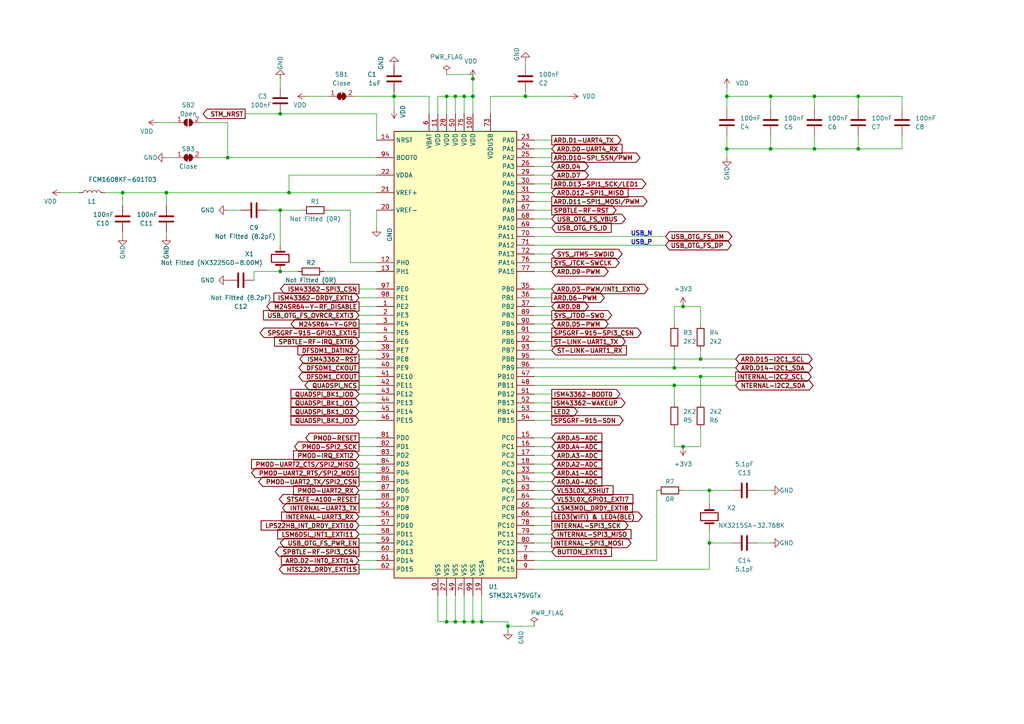
<source format=kicad_sch>
(kicad_sch (version 20211123) (generator eeschema)
  (paper "A4")
  (title_block (title "Microcontroller") (date "2023-01-22"))
  (lib_symbols
    (symbol "Device:C" (pin_numbers hide) (pin_names (offset 0.254))
      (property "Reference" "C" (at 0.635 2.54 0))
      (property "Value" "C" (at 0.635 -2.54 0))
      (symbol "C_0_1"
        (polyline (pts (xy -2.032 -0.762) (xy 2.032 -0.762)) (stroke (width 0.508)))
        (polyline (pts (xy -2.032 0.762) (xy 2.032 0.762)) (stroke (width 0.508)))
      )
      (symbol "C_1_1"
        (pin passive line (at 0 3.81 270) (length 2.794) (name "~") (number "1"))
        (pin passive line (at 0 -3.81 90) (length 2.794) (name "~") (number "2"))
      )
    )
    (symbol "Device:Crystal" (pin_numbers hide) (pin_names (offset 1.016) hide)
      (property "Reference" "Y" (at 0 3.81 0))
      (property "Value" "Crystal" (at 0 -3.81 0))
      (symbol "Crystal_0_1"
        (rectangle (start -1.143 2.54) (end 1.143 -2.54) (stroke (width 0.3048)))
        (polyline (pts (xy -2.54 0) (xy -1.905 0)))
        (polyline (pts (xy -1.905 -1.27) (xy -1.905 1.27)) (stroke (width 0.508)))
        (polyline (pts (xy 1.905 -1.27) (xy 1.905 1.27)) (stroke (width 0.508)))
        (polyline (pts (xy 2.54 0) (xy 1.905 0)))
      )
      (symbol "Crystal_1_1"
        (pin passive line (at -3.81 0 0) (length 1.27) (name "1") (number "1"))
        (pin passive line (at 3.81 0 180) (length 1.27) (name "2") (number "2"))
      )
    )
    (symbol "Device:L" (pin_numbers hide) (pin_names (offset 1.016) hide)
      (property "Reference" "L" (at -1.27 0 90))
      (property "Value" "L" (at 1.905 0 90))
      (symbol "L_0_1"
        (arc (start 0 -2.54) (mid 0.635 -1.905) (end 0 -1.27))
        (arc (start 0 -1.27) (mid 0.635 -0.635) (end 0 0))
        (arc (start 0 0) (mid 0.635 0.635) (end 0 1.27))
        (arc (start 0 1.27) (mid 0.635 1.905) (end 0 2.54))
      )
      (symbol "L_1_1"
        (pin passive line (at 0 3.81 270) (length 1.27) (name "1") (number "1"))
        (pin passive line (at 0 -3.81 90) (length 1.27) (name "2") (number "2"))
      )
    )
    (symbol "Device:R" (pin_numbers hide) (pin_names (offset 0))
      (property "Reference" "R" (at 2.032 0 90))
      (property "Value" "R" (at 0 0 90))
      (symbol "R_0_1"
        (rectangle (start -1.016 -2.54) (end 1.016 2.54) (stroke (width 0.254)))
      )
      (symbol "R_1_1"
        (pin passive line (at 0 3.81 270) (length 1.27) (name "~") (number "1"))
        (pin passive line (at 0 -3.81 90) (length 1.27) (name "~") (number "2"))
      )
    )
    (symbol "Jumper:SolderJumper_2_Bridged" (pin_names (offset 0) hide)
      (property "Reference" "JP" (at 0 2.032 0))
      (property "Value" "SolderJumper_2_Bridged" (at 0 -2.54 0))
      (symbol "SolderJumper_2_Bridged_0_1"
        (rectangle (start -0.508 0.508) (end 0.508 -0.508) (fill (type outline)))
        (arc (start -0.254 1.016) (mid -1.27 0) (end -0.254 -1.016))
        (arc (start -0.254 1.016) (mid -1.27 0) (end -0.254 -1.016) (fill (type outline)))
        (polyline (pts (xy -0.254 1.016) (xy -0.254 -1.016)))
        (polyline (pts (xy 0.254 1.016) (xy 0.254 -1.016)))
        (arc (start 0.254 -1.016) (mid 1.27 0) (end 0.254 1.016))
        (arc (start 0.254 -1.016) (mid 1.27 0) (end 0.254 1.016) (fill (type outline)))
      )
      (symbol "SolderJumper_2_Bridged_1_1"
        (pin passive line (at -3.81 0 0) (length 2.54) (name "A") (number "1"))
        (pin passive line (at 3.81 0 180) (length 2.54) (name "B") (number "2"))
      )
    )
    (symbol "Jumper:SolderJumper_2_Open" (pin_names (offset 0) hide)
      (property "Reference" "JP" (at 0 2.032 0))
      (property "Value" "SolderJumper_2_Open" (at 0 -2.54 0))
      (symbol "SolderJumper_2_Open_0_1"
        (arc (start -0.254 1.016) (mid -1.27 0) (end -0.254 -1.016))
        (arc (start -0.254 1.016) (mid -1.27 0) (end -0.254 -1.016) (fill (type outline)))
        (polyline (pts (xy -0.254 1.016) (xy -0.254 -1.016)))
        (polyline (pts (xy 0.254 1.016) (xy 0.254 -1.016)))
        (arc (start 0.254 -1.016) (mid 1.27 0) (end 0.254 1.016))
        (arc (start 0.254 -1.016) (mid 1.27 0) (end 0.254 1.016) (fill (type outline)))
      )
      (symbol "SolderJumper_2_Open_1_1"
        (pin passive line (at -3.81 0 0) (length 2.54) (name "A") (number "1"))
        (pin passive line (at 3.81 0 180) (length 2.54) (name "B") (number "2"))
      )
    )
    (symbol "MCU_ST_STM32L4:STM32L475VGTx"
      (property "Reference" "U1" (at 9.6394 -68.58 0))
      (property "Value" "STM32L475VGTx" (at 9.6394 -71.12 0))
      (symbol "STM32L475VGTx_0_1"
        (rectangle (start -17.78 -66.04) (end 17.78 63.5) (stroke (width 0.254)) (fill (type background)))
      )
      (symbol "STM32L475VGTx_1_1"
        (pin bidirectional line (at -22.86 12.7 0) (length 5.08) (name "PE2") (number "1"))
        (pin power_in line (at -5.08 -71.12 90) (length 5.08) (name "VSS") (number "10"))
        (pin power_in line (at 5.08 68.58 270) (length 5.08) (name "VDD") (number "100"))
        (pin power_in line (at -5.08 68.58 270) (length 5.08) (name "VDD") (number "11"))
        (pin input line (at -22.86 25.4 0) (length 5.08) (name "PH0") (number "12"))
        (pin input line (at -22.86 22.86 0) (length 5.08) (name "PH1") (number "13"))
        (pin input line (at -22.86 60.96 0) (length 5.08) (name "NRST") (number "14"))
        (pin bidirectional line (at 22.86 -25.4 180) (length 5.08) (name "PC0") (number "15"))
        (pin bidirectional line (at 22.86 -27.94 180) (length 5.08) (name "PC1") (number "16"))
        (pin bidirectional line (at 22.86 -30.48 180) (length 5.08) (name "PC2") (number "17"))
        (pin bidirectional line (at 22.86 -33.02 180) (length 5.08) (name "PC3") (number "18"))
        (pin power_in line (at 7.62 -71.12 90) (length 5.08) (name "VSSA") (number "19"))
        (pin bidirectional line (at -22.86 10.16 0) (length 5.08) (name "PE3") (number "2"))
        (pin power_in line (at -22.86 40.64 0) (length 5.08) (name "VREF-") (number "20"))
        (pin bidirectional line (at -22.86 45.72 0) (length 5.08) (name "VREF+") (number "21"))
        (pin bidirectional line (at -22.86 50.8 0) (length 5.08) (name "VDDA") (number "22"))
        (pin bidirectional line (at 22.86 60.96 180) (length 5.08) (name "PA0") (number "23"))
        (pin bidirectional line (at 22.86 58.42 180) (length 5.08) (name "PA1") (number "24"))
        (pin bidirectional line (at 22.86 55.88 180) (length 5.08) (name "PA2") (number "25"))
        (pin bidirectional line (at 22.86 53.34 180) (length 5.08) (name "PA3") (number "26"))
        (pin power_in line (at -2.54 -71.12 90) (length 5.08) (name "VSS") (number "27"))
        (pin power_in line (at -2.54 68.58 270) (length 5.08) (name "VDD") (number "28"))
        (pin bidirectional line (at 22.86 50.8 180) (length 5.08) (name "PA4") (number "29"))
        (pin bidirectional line (at -22.86 7.62 0) (length 5.08) (name "PE4") (number "3"))
        (pin bidirectional line (at 22.86 48.26 180) (length 5.08) (name "PA5") (number "30"))
        (pin bidirectional line (at 22.86 45.72 180) (length 5.08) (name "PA6") (number "31"))
        (pin bidirectional line (at 22.86 43.18 180) (length 5.08) (name "PA7") (number "32"))
        (pin bidirectional line (at 22.86 -35.56 180) (length 5.08) (name "PC4") (number "33"))
        (pin bidirectional line (at 22.86 -38.1 180) (length 5.08) (name "PC5") (number "34"))
        (pin bidirectional line (at 22.86 17.78 180) (length 5.08) (name "PB0") (number "35"))
        (pin bidirectional line (at 22.86 15.24 180) (length 5.08) (name "PB1") (number "36"))
        (pin bidirectional line (at 22.86 12.7 180) (length 5.08) (name "PB2") (number "37"))
        (pin bidirectional line (at -22.86 0 0) (length 5.08) (name "PE7") (number "38"))
        (pin bidirectional line (at -22.86 -2.54 0) (length 5.08) (name "PE8") (number "39"))
        (pin bidirectional line (at -22.86 5.08 0) (length 5.08) (name "PE5") (number "4"))
        (pin bidirectional line (at -22.86 -5.08 0) (length 5.08) (name "PE9") (number "40"))
        (pin bidirectional line (at -22.86 -7.62 0) (length 5.08) (name "PE10") (number "41"))
        (pin bidirectional line (at -22.86 -10.16 0) (length 5.08) (name "PE11") (number "42"))
        (pin bidirectional line (at -22.86 -12.7 0) (length 5.08) (name "PE12") (number "43"))
        (pin bidirectional line (at -22.86 -15.24 0) (length 5.08) (name "PE13") (number "44"))
        (pin bidirectional line (at -22.86 -17.78 0) (length 5.08) (name "PE14") (number "45"))
        (pin bidirectional line (at -22.86 -20.32 0) (length 5.08) (name "PE15") (number "46"))
        (pin bidirectional line (at 22.86 -7.62 180) (length 5.08) (name "PB10") (number "47"))
        (pin bidirectional line (at 22.86 -10.16 180) (length 5.08) (name "PB11") (number "48"))
        (pin power_in line (at 0 -71.12 90) (length 5.08) (name "VSS") (number "49"))
        (pin bidirectional line (at -22.86 2.54 0) (length 5.08) (name "PE6") (number "5"))
        (pin power_in line (at 0 68.58 270) (length 5.08) (name "VDD") (number "50"))
        (pin bidirectional line (at 22.86 -12.7 180) (length 5.08) (name "PB12") (number "51"))
        (pin bidirectional line (at 22.86 -15.24 180) (length 5.08) (name "PB13") (number "52"))
        (pin bidirectional line (at 22.86 -17.78 180) (length 5.08) (name "PB14") (number "53"))
        (pin bidirectional line (at 22.86 -20.32 180) (length 5.08) (name "PB15") (number "54"))
        (pin bidirectional line (at -22.86 -45.72 0) (length 5.08) (name "PD8") (number "55"))
        (pin bidirectional line (at -22.86 -48.26 0) (length 5.08) (name "PD9") (number "56"))
        (pin bidirectional line (at -22.86 -50.8 0) (length 5.08) (name "PD10") (number "57"))
        (pin bidirectional line (at -22.86 -53.34 0) (length 5.08) (name "PD11") (number "58"))
        (pin bidirectional line (at -22.86 -55.88 0) (length 5.08) (name "PD12") (number "59"))
        (pin power_in line (at -7.62 68.58 270) (length 5.08) (name "VBAT") (number "6"))
        (pin bidirectional line (at -22.86 -58.42 0) (length 5.08) (name "PD13") (number "60"))
        (pin bidirectional line (at -22.86 -60.96 0) (length 5.08) (name "PD14") (number "61"))
        (pin bidirectional line (at -22.86 -63.5 0) (length 5.08) (name "PD15") (number "62"))
        (pin bidirectional line (at 22.86 -40.64 180) (length 5.08) (name "PC6") (number "63"))
        (pin bidirectional line (at 22.86 -43.18 180) (length 5.08) (name "PC7") (number "64"))
        (pin bidirectional line (at 22.86 -45.72 180) (length 5.08) (name "PC8") (number "65"))
        (pin bidirectional line (at 22.86 -48.26 180) (length 5.08) (name "PC9") (number "66"))
        (pin bidirectional line (at 22.86 40.64 180) (length 5.08) (name "PA8") (number "67"))
        (pin bidirectional line (at 22.86 38.1 180) (length 5.08) (name "PA9") (number "68"))
        (pin bidirectional line (at 22.86 35.56 180) (length 5.08) (name "PA10") (number "69"))
        (pin bidirectional line (at 22.86 -58.42 180) (length 5.08) (name "PC13") (number "7"))
        (pin bidirectional line (at 22.86 33.02 180) (length 5.08) (name "PA11") (number "70"))
        (pin bidirectional line (at 22.86 30.48 180) (length 5.08) (name "PA12") (number "71"))
        (pin bidirectional line (at 22.86 27.94 180) (length 5.08) (name "PA13") (number "72"))
        (pin power_in line (at 10.16 68.58 270) (length 5.08) (name "VDDUSB") (number "73"))
        (pin power_in line (at 2.54 -71.12 90) (length 5.08) (name "VSS") (number "74"))
        (pin power_in line (at 2.54 68.58 270) (length 5.08) (name "VDD") (number "75"))
        (pin bidirectional line (at 22.86 25.4 180) (length 5.08) (name "PA14") (number "76"))
        (pin bidirectional line (at 22.86 22.86 180) (length 5.08) (name "PA15") (number "77"))
        (pin bidirectional line (at 22.86 -50.8 180) (length 5.08) (name "PC10") (number "78"))
        (pin bidirectional line (at 22.86 -53.34 180) (length 5.08) (name "PC11") (number "79"))
        (pin bidirectional line (at 22.86 -60.96 180) (length 5.08) (name "PC14") (number "8"))
        (pin bidirectional line (at 22.86 -55.88 180) (length 5.08) (name "PC12") (number "80"))
        (pin bidirectional line (at -22.86 -25.4 0) (length 5.08) (name "PD0") (number "81"))
        (pin bidirectional line (at -22.86 -27.94 0) (length 5.08) (name "PD1") (number "82"))
        (pin bidirectional line (at -22.86 -30.48 0) (length 5.08) (name "PD2") (number "83"))
        (pin bidirectional line (at -22.86 -33.02 0) (length 5.08) (name "PD3") (number "84"))
        (pin bidirectional line (at -22.86 -35.56 0) (length 5.08) (name "PD4") (number "85"))
        (pin bidirectional line (at -22.86 -38.1 0) (length 5.08) (name "PD5") (number "86"))
        (pin bidirectional line (at -22.86 -40.64 0) (length 5.08) (name "PD6") (number "87"))
        (pin bidirectional line (at -22.86 -43.18 0) (length 5.08) (name "PD7") (number "88"))
        (pin bidirectional line (at 22.86 10.16 180) (length 5.08) (name "PB3") (number "89"))
        (pin bidirectional line (at 22.86 -63.5 180) (length 5.08) (name "PC15") (number "9"))
        (pin bidirectional line (at 22.86 7.62 180) (length 5.08) (name "PB4") (number "90"))
        (pin bidirectional line (at 22.86 5.08 180) (length 5.08) (name "PB5") (number "91"))
        (pin bidirectional line (at 22.86 2.54 180) (length 5.08) (name "PB6") (number "92"))
        (pin bidirectional line (at 22.86 0 180) (length 5.08) (name "PB7") (number "93"))
        (pin input line (at -22.86 55.88 0) (length 5.08) (name "BOOT0") (number "94"))
        (pin bidirectional line (at 22.86 -2.54 180) (length 5.08) (name "PB8") (number "95"))
        (pin bidirectional line (at 22.86 -5.08 180) (length 5.08) (name "PB9") (number "96"))
        (pin bidirectional line (at -22.86 17.78 0) (length 5.08) (name "PE0") (number "97"))
        (pin bidirectional line (at -22.86 15.24 0) (length 5.08) (name "PE1") (number "98"))
        (pin power_in line (at 5.08 -71.12 90) (length 5.08) (name "VSS") (number "99"))
      )
    )
    (symbol "VDD_1" (power) (pin_numbers hide) (pin_names (offset 0) hide)
      (property "Value" "VDD_1" (at 2.54 1.2701 0))
      (symbol "VDD_1_0_1"
        (polyline (pts (xy -0.762 1.27) (xy 0 2.54)))
        (polyline (pts (xy 0 0) (xy 0 2.54)))
        (polyline (pts (xy 0 2.54) (xy 0.762 1.27)))
      )
      (symbol "VDD_1_1_1"
        (pin power_in line (at 0 0 90) (length 0) hide (name "VDD") (number "1"))
      )
    )
    (symbol "VDD_2" (power) (pin_numbers hide) (pin_names (offset 0) hide)
      (property "Value" "VDD_2" (at 2.54 -5.08 90))
      (symbol "VDD_2_0_1"
        (polyline (pts (xy -0.762 1.27) (xy 0 2.54)))
        (polyline (pts (xy 0 0) (xy 0 2.54)))
        (polyline (pts (xy 0 2.54) (xy 0.762 1.27)))
      )
      (symbol "VDD_2_1_1"
        (pin power_in line (at 0 0 90) (length 0) hide (name "VDD") (number "1"))
      )
    )
    (symbol "power:+3V3" (power) (pin_numbers hide) (pin_names (offset 0) hide)
      (property "Value" "+3V3" (at 0 3.556 0))
      (symbol "+3V3_0_1"
        (polyline (pts (xy -0.762 1.27) (xy 0 2.54)))
        (polyline (pts (xy 0 0) (xy 0 2.54)))
        (polyline (pts (xy 0 2.54) (xy 0.762 1.27)))
      )
      (symbol "+3V3_1_1"
        (pin power_in line (at 0 0 90) (length 0) hide (name "+3V3") (number "1"))
      )
    )
    (symbol "power:GND" (power) (pin_numbers hide) (pin_names (offset 0) hide)
      (property "Value" "GND" (at 0 -3.81 0))
      (symbol "GND_0_1"
        (polyline (pts (xy 0 0) (xy 0 -1.27) (xy 1.27 -1.27) (xy 0 -2.54) (xy -1.27 -1.27) (xy 0 -1.27)))
      )
      (symbol "GND_1_1"
        (pin power_in line (at 0 0 270) (length 0) hide (name "GND") (number "1"))
      )
    )
    (symbol "power:PWR_FLAG" (power) (pin_numbers hide) (pin_names (offset 0) hide)
      (property "Value" "PWR_FLAG" (at 0 3.81 0))
      (symbol "PWR_FLAG_0_0"
        (pin power_out line (at 0 0 90) (length 0) (name "pwr") (number "1"))
      )
      (symbol "PWR_FLAG_0_1"
        (polyline (pts (xy 0 0) (xy 0 1.27) (xy -1.016 1.905) (xy 0 2.54) (xy 1.016 1.905) (xy 0 1.27)))
      )
    )
  )
  (junction (at 198.12 129.54))
  (junction (at 81.28 60.96))
  (junction (at 152.4 27.94))
  (junction (at 137.16 22.86))
  (junction (at 134.62 27.94))
  (junction (at 203.2 109.22))
  (junction (at 195.58 111.76))
  (junction (at 48.26 55.88))
  (junction (at 210.82 43.18))
  (junction (at 137.16 180.34))
  (junction (at 81.28 78.74))
  (junction (at 132.08 180.34))
  (junction (at 147.32 181.61))
  (junction (at 223.52 27.94))
  (junction (at 83.82 55.88))
  (junction (at 248.92 27.94))
  (junction (at 114.3 27.94))
  (junction (at 129.54 180.34))
  (junction (at 132.08 27.94))
  (junction (at 223.52 43.18))
  (junction (at 137.16 27.94))
  (junction (at 236.22 27.94))
  (junction (at 195.58 106.68))
  (junction (at 198.12 88.9))
  (junction (at 203.2 104.14))
  (junction (at 248.92 43.18))
  (junction (at 236.22 43.18))
  (junction (at 35.56 55.88))
  (junction (at 210.82 27.94))
  (junction (at 134.62 180.34))
  (junction (at 66.04 45.72))
  (junction (at 129.54 27.94))
  (junction (at 205.74 142.24))
  (junction (at 205.74 157.48))
  (junction (at 81.28 33.02))
  (junction (at 139.7 180.34))
  (wire (pts (xy 152.4 17.78) (xy 152.4 19.05)))
  (wire (pts (xy 223.52 43.18) (xy 236.22 43.18)))
  (wire (pts (xy 109.22 60.96) (xy 109.22 66.04)))
  (wire (pts (xy 160.02 114.3) (xy 154.94 114.3)))
  (wire (pts (xy 139.7 180.34) (xy 147.32 180.34)))
  (wire (pts (xy 104.14 127) (xy 109.22 127)))
  (wire (pts (xy 198.12 129.54) (xy 203.2 129.54)))
  (wire (pts (xy 104.14 154.94) (xy 109.22 154.94)))
  (wire (pts (xy 236.22 43.18) (xy 248.92 43.18)))
  (wire (pts (xy 160.02 66.04) (xy 154.94 66.04)))
  (wire (pts (xy 129.54 33.02) (xy 129.54 27.94)))
  (wire (pts (xy 210.82 39.37) (xy 210.82 43.18)))
  (wire (pts (xy 102.87 27.94) (xy 114.3 27.94)))
  (wire (pts (xy 58.42 35.56) (xy 66.04 35.56)))
  (wire (pts (xy 109.22 50.8) (xy 83.82 50.8)))
  (wire (pts (xy 236.22 27.94) (xy 236.22 31.75)))
  (wire (pts (xy 30.48 55.88) (xy 35.56 55.88)))
  (wire (pts (xy 193.04 68.58) (xy 154.94 68.58)))
  (wire (pts (xy 104.14 134.62) (xy 109.22 134.62)))
  (wire (pts (xy 160.02 48.26) (xy 154.94 48.26)))
  (wire (pts (xy 66.04 60.96) (xy 69.85 60.96)))
  (wire (pts (xy 160.02 55.88) (xy 154.94 55.88)))
  (wire (pts (xy 160.02 101.6) (xy 154.94 101.6)))
  (wire (pts (xy 152.4 27.94) (xy 165.1 27.94)))
  (wire (pts (xy 195.58 101.6) (xy 195.58 106.68)))
  (wire (pts (xy 205.74 157.48) (xy 205.74 165.1)))
  (wire (pts (xy 134.62 33.02) (xy 134.62 27.94)))
  (wire (pts (xy 142.24 27.94) (xy 152.4 27.94)))
  (wire (pts (xy 127 33.02) (xy 127 27.94)))
  (wire (pts (xy 195.58 111.76) (xy 213.36 111.76)))
  (wire (pts (xy 17.78 55.88) (xy 22.86 55.88)))
  (wire (pts (xy 160.02 58.42) (xy 154.94 58.42)))
  (wire (pts (xy 104.14 129.54) (xy 109.22 129.54)))
  (wire (pts (xy 160.02 50.8) (xy 154.94 50.8)))
  (wire (pts (xy 35.56 55.88) (xy 48.26 55.88)))
  (wire (pts (xy 236.22 39.37) (xy 236.22 43.18)))
  (wire (pts (xy 160.02 154.94) (xy 154.94 154.94)))
  (wire (pts (xy 160.02 160.02) (xy 154.94 160.02)))
  (wire (pts (xy 198.12 142.24) (xy 205.74 142.24)))
  (wire (pts (xy 152.4 26.67) (xy 152.4 27.94)))
  (wire (pts (xy 71.12 33.02) (xy 81.28 33.02)))
  (wire (pts (xy 104.14 121.92) (xy 109.22 121.92)))
  (wire (pts (xy 205.74 157.48) (xy 212.09 157.48)))
  (wire (pts (xy 160.02 53.34) (xy 154.94 53.34)))
  (wire (pts (xy 160.02 147.32) (xy 154.94 147.32)))
  (wire (pts (xy 134.62 27.94) (xy 137.16 27.94)))
  (wire (pts (xy 104.14 147.32) (xy 109.22 147.32)))
  (wire (pts (xy 160.02 132.08) (xy 154.94 132.08)))
  (wire (pts (xy 137.16 21.59) (xy 137.16 22.86)))
  (wire (pts (xy 114.3 27.94) (xy 124.46 27.94)))
  (wire (pts (xy 81.28 60.96) (xy 87.63 60.96)))
  (wire (pts (xy 104.14 137.16) (xy 109.22 137.16)))
  (wire (pts (xy 160.02 99.06) (xy 154.94 99.06)))
  (wire (pts (xy 104.14 83.82) (xy 109.22 83.82)))
  (wire (pts (xy 104.14 165.1) (xy 109.22 165.1)))
  (wire (pts (xy 160.02 88.9) (xy 154.94 88.9)))
  (wire (pts (xy 195.58 129.54) (xy 198.12 129.54)))
  (wire (pts (xy 203.2 116.84) (xy 203.2 109.22)))
  (wire (pts (xy 104.14 160.02) (xy 109.22 160.02)))
  (wire (pts (xy 210.82 43.18) (xy 210.82 45.72)))
  (wire (pts (xy 198.12 88.9) (xy 203.2 88.9)))
  (wire (pts (xy 66.04 45.72) (xy 109.22 45.72)))
  (wire (pts (xy 137.16 22.86) (xy 137.16 27.94)))
  (wire (pts (xy 219.71 142.24) (xy 223.52 142.24)))
  (wire (pts (xy 104.14 109.22) (xy 109.22 109.22)))
  (wire (pts (xy 160.02 142.24) (xy 154.94 142.24)))
  (wire (pts (xy 223.52 27.94) (xy 223.52 31.75)))
  (wire (pts (xy 154.94 106.68) (xy 195.58 106.68)))
  (wire (pts (xy 160.02 149.86) (xy 154.94 149.86)))
  (wire (pts (xy 104.14 93.98) (xy 109.22 93.98)))
  (wire (pts (xy 203.2 129.54) (xy 203.2 124.46)))
  (wire (pts (xy 223.52 39.37) (xy 223.52 43.18)))
  (wire (pts (xy 137.16 33.02) (xy 137.16 27.94)))
  (wire (pts (xy 77.47 60.96) (xy 81.28 60.96)))
  (wire (pts (xy 104.14 152.4) (xy 109.22 152.4)))
  (wire (pts (xy 261.62 39.37) (xy 261.62 43.18)))
  (wire (pts (xy 160.02 152.4) (xy 154.94 152.4)))
  (wire (pts (xy 160.02 73.66) (xy 154.94 73.66)))
  (wire (pts (xy 160.02 60.96) (xy 154.94 60.96)))
  (wire (pts (xy 160.02 86.36) (xy 154.94 86.36)))
  (wire (pts (xy 104.14 157.48) (xy 109.22 157.48)))
  (wire (pts (xy 160.02 116.84) (xy 154.94 116.84)))
  (wire (pts (xy 203.2 88.9) (xy 203.2 93.98)))
  (wire (pts (xy 147.32 180.34) (xy 147.32 181.61)))
  (wire (pts (xy 81.28 71.12) (xy 81.28 60.96)))
  (wire (pts (xy 160.02 93.98) (xy 154.94 93.98)))
  (wire (pts (xy 124.46 27.94) (xy 124.46 33.02)))
  (wire (pts (xy 93.98 78.74) (xy 109.22 78.74)))
  (wire (pts (xy 160.02 63.5) (xy 154.94 63.5)))
  (wire (pts (xy 236.22 27.94) (xy 248.92 27.94)))
  (wire (pts (xy 48.26 67.31) (xy 48.26 68.58)))
  (wire (pts (xy 160.02 157.48) (xy 154.94 157.48)))
  (wire (pts (xy 205.74 153.67) (xy 205.74 157.48)))
  (wire (pts (xy 104.14 111.76) (xy 109.22 111.76)))
  (wire (pts (xy 101.6 76.2) (xy 101.6 60.96)))
  (wire (pts (xy 127 172.72) (xy 127 180.34)))
  (wire (pts (xy 114.3 27.94) (xy 114.3 31.75)))
  (wire (pts (xy 203.2 101.6) (xy 203.2 104.14)))
  (wire (pts (xy 104.14 99.06) (xy 109.22 99.06)))
  (wire (pts (xy 104.14 101.6) (xy 109.22 101.6)))
  (wire (pts (xy 134.62 172.72) (xy 134.62 180.34)))
  (wire (pts (xy 83.82 55.88) (xy 109.22 55.88)))
  (wire (pts (xy 58.42 45.72) (xy 66.04 45.72)))
  (wire (pts (xy 104.14 144.78) (xy 109.22 144.78)))
  (wire (pts (xy 109.22 33.02) (xy 109.22 40.64)))
  (wire (pts (xy 45.72 35.56) (xy 50.8 35.56)))
  (wire (pts (xy 139.7 172.72) (xy 139.7 180.34)))
  (wire (pts (xy 160.02 83.82) (xy 154.94 83.82)))
  (wire (pts (xy 223.52 27.94) (xy 236.22 27.94)))
  (wire (pts (xy 114.3 26.67) (xy 114.3 27.94)))
  (wire (pts (xy 129.54 180.34) (xy 132.08 180.34)))
  (wire (pts (xy 134.62 180.34) (xy 137.16 180.34)))
  (wire (pts (xy 193.04 71.12) (xy 154.94 71.12)))
  (wire (pts (xy 195.58 129.54) (xy 195.58 124.46)))
  (wire (pts (xy 154.94 111.76) (xy 195.58 111.76)))
  (wire (pts (xy 160.02 43.18) (xy 154.94 43.18)))
  (wire (pts (xy 160.02 119.38) (xy 154.94 119.38)))
  (wire (pts (xy 104.14 106.68) (xy 109.22 106.68)))
  (wire (pts (xy 48.26 59.69) (xy 48.26 55.88)))
  (wire (pts (xy 154.94 104.14) (xy 203.2 104.14)))
  (wire (pts (xy 160.02 76.2) (xy 154.94 76.2)))
  (wire (pts (xy 160.02 144.78) (xy 154.94 144.78)))
  (wire (pts (xy 147.32 181.61) (xy 147.32 182.88)))
  (wire (pts (xy 81.28 33.02) (xy 109.22 33.02)))
  (wire (pts (xy 104.14 116.84) (xy 109.22 116.84)))
  (wire (pts (xy 104.14 139.7) (xy 109.22 139.7)))
  (wire (pts (xy 132.08 27.94) (xy 134.62 27.94)))
  (wire (pts (xy 160.02 91.44) (xy 154.94 91.44)))
  (wire (pts (xy 104.14 88.9) (xy 109.22 88.9)))
  (wire (pts (xy 248.92 27.94) (xy 261.62 27.94)))
  (wire (pts (xy 160.02 139.7) (xy 154.94 139.7)))
  (wire (pts (xy 261.62 43.18) (xy 248.92 43.18)))
  (wire (pts (xy 160.02 96.52) (xy 154.94 96.52)))
  (wire (pts (xy 147.32 181.61) (xy 154.94 181.61)))
  (wire (pts (xy 127 180.34) (xy 129.54 180.34)))
  (wire (pts (xy 160.02 78.74) (xy 154.94 78.74)))
  (wire (pts (xy 129.54 172.72) (xy 129.54 180.34)))
  (wire (pts (xy 104.14 162.56) (xy 109.22 162.56)))
  (wire (pts (xy 109.22 76.2) (xy 101.6 76.2)))
  (wire (pts (xy 160.02 137.16) (xy 154.94 137.16)))
  (wire (pts (xy 104.14 96.52) (xy 109.22 96.52)))
  (wire (pts (xy 101.6 60.96) (xy 95.25 60.96)))
  (wire (pts (xy 104.14 104.14) (xy 109.22 104.14)))
  (wire (pts (xy 73.66 78.74) (xy 81.28 78.74)))
  (wire (pts (xy 35.56 67.31) (xy 35.56 68.58)))
  (wire (pts (xy 205.74 142.24) (xy 212.09 142.24)))
  (wire (pts (xy 195.58 88.9) (xy 198.12 88.9)))
  (wire (pts (xy 160.02 127) (xy 154.94 127)))
  (wire (pts (xy 210.82 27.94) (xy 210.82 31.75)))
  (wire (pts (xy 83.82 50.8) (xy 83.82 55.88)))
  (wire (pts (xy 219.71 157.48) (xy 223.52 157.48)))
  (wire (pts (xy 195.58 106.68) (xy 213.36 106.68)))
  (wire (pts (xy 73.66 78.74) (xy 73.66 81.28)))
  (wire (pts (xy 195.58 111.76) (xy 195.58 116.84)))
  (wire (pts (xy 35.56 59.69) (xy 35.56 55.88)))
  (wire (pts (xy 210.82 43.18) (xy 223.52 43.18)))
  (wire (pts (xy 160.02 40.64) (xy 154.94 40.64)))
  (wire (pts (xy 81.28 22.86) (xy 81.28 25.4)))
  (wire (pts (xy 104.14 142.24) (xy 109.22 142.24)))
  (wire (pts (xy 104.14 91.44) (xy 109.22 91.44)))
  (wire (pts (xy 129.54 27.94) (xy 132.08 27.94)))
  (wire (pts (xy 132.08 33.02) (xy 132.08 27.94)))
  (wire (pts (xy 48.26 45.72) (xy 50.8 45.72)))
  (wire (pts (xy 203.2 104.14) (xy 213.36 104.14)))
  (wire (pts (xy 104.14 149.86) (xy 109.22 149.86)))
  (wire (pts (xy 154.94 109.22) (xy 203.2 109.22)))
  (wire (pts (xy 154.94 162.56) (xy 190.5 162.56)))
  (wire (pts (xy 248.92 39.37) (xy 248.92 43.18)))
  (wire (pts (xy 195.58 88.9) (xy 195.58 93.98)))
  (wire (pts (xy 203.2 109.22) (xy 213.36 109.22)))
  (wire (pts (xy 210.82 25.4) (xy 210.82 27.94)))
  (wire (pts (xy 210.82 27.94) (xy 223.52 27.94)))
  (wire (pts (xy 104.14 86.36) (xy 109.22 86.36)))
  (wire (pts (xy 160.02 121.92) (xy 154.94 121.92)))
  (wire (pts (xy 66.04 35.56) (xy 66.04 45.72)))
  (wire (pts (xy 48.26 55.88) (xy 83.82 55.88)))
  (wire (pts (xy 129.54 21.59) (xy 137.16 21.59)))
  (wire (pts (xy 261.62 27.94) (xy 261.62 31.75)))
  (wire (pts (xy 154.94 165.1) (xy 205.74 165.1)))
  (wire (pts (xy 127 27.94) (xy 129.54 27.94)))
  (wire (pts (xy 205.74 142.24) (xy 205.74 146.05)))
  (wire (pts (xy 104.14 132.08) (xy 109.22 132.08)))
  (wire (pts (xy 137.16 180.34) (xy 139.7 180.34)))
  (wire (pts (xy 248.92 27.94) (xy 248.92 31.75)))
  (wire (pts (xy 88.9 27.94) (xy 95.25 27.94)))
  (wire (pts (xy 160.02 134.62) (xy 154.94 134.62)))
  (wire (pts (xy 104.14 114.3) (xy 109.22 114.3)))
  (wire (pts (xy 160.02 129.54) (xy 154.94 129.54)))
  (wire (pts (xy 142.24 33.02) (xy 142.24 27.94)))
  (wire (pts (xy 160.02 45.72) (xy 154.94 45.72)))
  (wire (pts (xy 104.14 119.38) (xy 109.22 119.38)))
  (wire (pts (xy 137.16 172.72) (xy 137.16 180.34)))
  (wire (pts (xy 132.08 180.34) (xy 134.62 180.34)))
  (wire (pts (xy 81.28 78.74) (xy 86.36 78.74)))
  (wire (pts (xy 132.08 172.72) (xy 132.08 180.34)))
  (wire (pts (xy 190.5 162.56) (xy 190.5 142.24)))
  (text "USB_P" (at 182.88 71.12 0) (effects (font (size 1.27 1.27) (thickness 0.254) bold) (justify left bottom)))
  (text "USB_N\n" (at 182.88 68.58 0) (effects (font (size 1.27 1.27) (thickness 0.254) bold) (justify left bottom)))
  (global_label "VL53L0X_XSHUT" (shape input) (at 160.02 142.24 0) (effects (font (thickness 0.254) bold)) (property "Intersheet References" "${INTERSHEET_REFS}" (effects hide)))
  (global_label "ARD.D15-I2C1_SCL" (shape bidirectional) (at 213.36 104.14 0) (effects (font (thickness 0.254) bold)) (property "Intersheet References" "${INTERSHEET_REFS}" (effects hide)))
  (global_label "PMOD-UART2_TX{slash}SPI2_CSN" (shape output) (at 104.14 139.7 180) (effects (font (thickness 0.254) bold)) (property "Intersheet References" "${INTERSHEET_REFS}" (effects hide)))
  (global_label "DFSDM1_CKOUT" (shape output) (at 104.14 106.68 180) (effects (font (thickness 0.254) bold)) (property "Intersheet References" "${INTERSHEET_REFS}" (effects hide)))
  (global_label "QUADSPI_BK1_IO3" (shape input) (at 104.14 121.92 180) (effects (font (thickness 0.254) bold)) (property "Intersheet References" "${INTERSHEET_REFS}" (effects hide)))
  (global_label "STSAFE-A100-RESET" (shape output) (at 104.14 144.78 180) (effects (font (thickness 0.254) bold)) (property "Intersheet References" "${INTERSHEET_REFS}" (effects hide)))
  (global_label "SPSGRF-915-SPI3_CSN" (shape output) (at 160.02 96.52 0) (effects (font (thickness 0.254) bold)) (property "Intersheet References" "${INTERSHEET_REFS}" (effects hide)))
  (global_label "SPBTLE-RF-RST" (shape output) (at 160.02 60.96 0) (effects (font (thickness 0.254) bold)) (property "Intersheet References" "${INTERSHEET_REFS}" (effects hide)))
  (global_label "PMOD-UART2_RTS{slash}SPI2_MOSI" (shape output) (at 104.14 137.16 180) (effects (font (thickness 0.254) bold)) (property "Intersheet References" "${INTERSHEET_REFS}" (effects hide)))
  (global_label "STM_NRST" (shape output) (at 71.12 33.02 180) (effects (font (thickness 0.254) bold)) (property "Intersheet References" "${INTERSHEET_REFS}" (effects hide)))
  (global_label "ARD.A0-ADC" (shape input) (at 160.02 139.7 0) (effects (font (thickness 0.254) bold)) (property "Intersheet References" "${INTERSHEET_REFS}" (effects hide)))
  (global_label "SPBTLE-RF-IRQ_EXTI6" (shape input) (at 104.14 99.06 180) (effects (font (thickness 0.254) bold)) (property "Intersheet References" "${INTERSHEET_REFS}" (effects hide)))
  (global_label "ARD.A4-ADC" (shape input) (at 160.02 129.54 0) (effects (font (thickness 0.254) bold)) (property "Intersheet References" "${INTERSHEET_REFS}" (effects hide)))
  (global_label "ST-LINK-UART1_TX" (shape output) (at 160.02 99.06 0) (effects (font (thickness 0.254) bold)) (property "Intersheet References" "${INTERSHEET_REFS}" (effects hide)))
  (global_label "LED3(WIFI) & LED4(BLE)" (shape output) (at 160.02 149.86 0) (effects (font (thickness 0.254) bold)) (property "Intersheet References" "${INTERSHEET_REFS}" (effects hide)))
  (global_label "PMOD-RESET" (shape output) (at 104.14 127 180) (effects (font (thickness 0.254) bold)) (property "Intersheet References" "${INTERSHEET_REFS}" (effects hide)))
  (global_label "SPSGRF-915-GPIO3_EXTI5" (shape output) (at 104.14 96.52 180) (effects (font (thickness 0.254) bold)) (property "Intersheet References" "${INTERSHEET_REFS}" (effects hide)))
  (global_label "PMOD-UART2_CTS{slash}SPI2_MISO" (shape input) (at 104.14 134.62 180) (effects (font (thickness 0.254) bold)) (property "Intersheet References" "${INTERSHEET_REFS}" (effects hide)))
  (global_label "ARD.D3-PWM{slash}INT1_EXTI0" (shape bidirectional) (at 160.02 83.82 0) (effects (font (thickness 0.254) bold)) (property "Intersheet References" "${INTERSHEET_REFS}" (effects hide)))
  (global_label "BUTTON_EXTI13" (shape input) (at 160.02 160.02 0) (effects (font (thickness 0.254) bold)) (property "Intersheet References" "${INTERSHEET_REFS}" (effects hide)))
  (global_label "ISM43362-SPI3_CSN" (shape output) (at 104.14 83.82 180) (effects (font (thickness 0.254) bold)) (property "Intersheet References" "${INTERSHEET_REFS}" (effects hide)))
  (global_label "INTERNAL-SPI3_SCK" (shape output) (at 160.02 152.4 0) (effects (font (thickness 0.254) bold)) (property "Intersheet References" "${INTERSHEET_REFS}" (effects hide)))
  (global_label "ARD.D0-UART4_RX" (shape input) (at 160.02 43.18 0) (effects (font (thickness 0.254) bold)) (property "Intersheet References" "${INTERSHEET_REFS}" (effects hide)))
  (global_label "NTERNAL-I2C2_SDA" (shape bidirectional) (at 213.36 111.76 0) (effects (font (thickness 0.254) bold)) (property "Intersheet References" "${INTERSHEET_REFS}" (effects hide)))
  (global_label "ARD.D7" (shape bidirectional) (at 160.02 50.8 0) (effects (font (thickness 0.254) bold)) (property "Intersheet References" "${INTERSHEET_REFS}" (effects hide)))
  (global_label "INTERNAL-I2C2_SCL" (shape output) (at 213.36 109.22 0) (effects (font (thickness 0.254) bold)) (property "Intersheet References" "${INTERSHEET_REFS}" (effects hide)))
  (global_label "ARD.D13-SPI1_SCK{slash}LED1" (shape output) (at 160.02 53.34 0) (effects (font (thickness 0.254) bold)) (property "Intersheet References" "${INTERSHEET_REFS}" (effects hide)))
  (global_label "QUADSPI_BK1_IO2" (shape input) (at 104.14 119.38 180) (effects (font (thickness 0.254) bold)) (property "Intersheet References" "${INTERSHEET_REFS}" (effects hide)))
  (global_label "LSM6DSL_INT1_EXTI11" (shape input) (at 104.14 154.94 180) (effects (font (thickness 0.254) bold)) (property "Intersheet References" "${INTERSHEET_REFS}" (effects hide)))
  (global_label "ARD.A5-ADC" (shape input) (at 160.02 127 0) (effects (font (thickness 0.254) bold)) (property "Intersheet References" "${INTERSHEET_REFS}" (effects hide)))
  (global_label "INTERNAL-UART3_RX" (shape input) (at 104.14 149.86 180) (effects (font (thickness 0.254) bold)) (property "Intersheet References" "${INTERSHEET_REFS}" (effects hide)))
  (global_label "USB_OTG_FS_OVRCR_EXTI3" (shape input) (at 104.14 91.44 180) (effects (font (thickness 0.254) bold)) (property "Intersheet References" "${INTERSHEET_REFS}" (effects hide)))
  (global_label "INTERNAL-SPI3_MISO" (shape input) (at 160.02 154.94 0) (effects (font (thickness 0.254) bold)) (property "Intersheet References" "${INTERSHEET_REFS}" (effects hide)))
  (global_label "HTS221_DRDY_EXTI15" (shape output) (at 104.14 165.1 180) (effects (font (thickness 0.254) bold)) (property "Intersheet References" "${INTERSHEET_REFS}" (effects hide)))
  (global_label "DFSDM1_CKOUT" (shape output) (at 104.14 109.22 180) (effects (font (thickness 0.254) bold)) (property "Intersheet References" "${INTERSHEET_REFS}" (effects hide)))
  (global_label "INTERNAL-SPI3_MOSI" (shape output) (at 160.02 157.48 0) (effects (font (thickness 0.254) bold)) (property "Intersheet References" "${INTERSHEET_REFS}" (effects hide)))
  (global_label "QUADSPI_BK1_IO1" (shape input) (at 104.14 116.84 180) (effects (font (thickness 0.254) bold)) (property "Intersheet References" "${INTERSHEET_REFS}" (effects hide)))
  (global_label "ARD.D2-INT0_EXTI14" (shape input) (at 104.14 162.56 180) (effects (font (thickness 0.254) bold)) (property "Intersheet References" "${INTERSHEET_REFS}" (effects hide)))
  (global_label "ARD.D10-SPI_SSN{slash}PWM" (shape output) (at 160.02 45.72 0) (effects (font (thickness 0.254) bold)) (property "Intersheet References" "${INTERSHEET_REFS}" (effects hide)))
  (global_label "USB_OTG_FS_ID" (shape input) (at 160.02 66.04 0) (effects (font (thickness 0.254) bold)) (property "Intersheet References" "${INTERSHEET_REFS}" (effects hide)))
  (global_label "ARD.D14-I2C1_SDA" (shape bidirectional) (at 213.36 106.68 0) (effects (font (thickness 0.254) bold)) (property "Intersheet References" "${INTERSHEET_REFS}" (effects hide)))
  (global_label "ISM43362-RST" (shape output) (at 104.14 104.14 180) (effects (font (thickness 0.254) bold)) (property "Intersheet References" "${INTERSHEET_REFS}" (effects hide)))
  (global_label "ARD.D8" (shape bidirectional) (at 160.02 88.9 0) (effects (font (thickness 0.254) bold)) (property "Intersheet References" "${INTERSHEET_REFS}" (effects hide)))
  (global_label "M24SR64-Y-RF_DISABLE" (shape output) (at 104.14 88.9 180) (effects (font (thickness 0.254) bold)) (property "Intersheet References" "${INTERSHEET_REFS}" (effects hide)))
  (global_label "ARD.D1-UART4_TX" (shape output) (at 160.02 40.64 0) (effects (font (thickness 0.254) bold)) (property "Intersheet References" "${INTERSHEET_REFS}" (effects hide)))
  (global_label "SPSGRF-915-SDN" (shape output) (at 160.02 121.92 0) (effects (font (thickness 0.254) bold)) (property "Intersheet References" "${INTERSHEET_REFS}" (effects hide)))
  (global_label "ARD.D11-SPI1_MOSI{slash}PWM" (shape output) (at 160.02 58.42 0) (effects (font (thickness 0.254) bold)) (property "Intersheet References" "${INTERSHEET_REFS}" (effects hide)))
  (global_label "ST-LINK-UART1_RX" (shape input) (at 160.02 101.6 0) (effects (font (thickness 0.254) bold)) (property "Intersheet References" "${INTERSHEET_REFS}" (effects hide)))
  (global_label "ISM43362-WAKEUP" (shape output) (at 160.02 116.84 0) (effects (font (thickness 0.254) bold)) (property "Intersheet References" "${INTERSHEET_REFS}" (effects hide)))
  (global_label "USB_OTG_FS_VBUS" (shape bidirectional) (at 160.02 63.5 0) (effects (font (thickness 0.254) bold)) (property "Intersheet References" "${INTERSHEET_REFS}" (effects hide)))
  (global_label "INTERNAL-UART3_TX" (shape output) (at 104.14 147.32 180) (effects (font (thickness 0.254) bold)) (property "Intersheet References" "${INTERSHEET_REFS}" (effects hide)))
  (global_label "LED2" (shape output) (at 160.02 119.38 0) (effects (font (thickness 0.254) bold)) (property "Intersheet References" "${INTERSHEET_REFS}" (effects hide)))
  (global_label "QUADSPI_BK1_IO0" (shape input) (at 104.14 114.3 180) (effects (font (thickness 0.254) bold)) (property "Intersheet References" "${INTERSHEET_REFS}" (effects hide)))
  (global_label "PMOD-UART2_RX" (shape input) (at 104.14 142.24 180) (effects (font (thickness 0.254) bold)) (property "Intersheet References" "${INTERSHEET_REFS}" (effects hide)))
  (global_label "LSM3MDL_DRDY_EXTI8" (shape input) (at 160.02 147.32 0) (effects (font (thickness 0.254) bold)) (property "Intersheet References" "${INTERSHEET_REFS}" (effects hide)))
  (global_label "ARD.D6-PWM" (shape output) (at 160.02 86.36 0) (effects (font (thickness 0.254) bold)) (property "Intersheet References" "${INTERSHEET_REFS}" (effects hide)))
  (global_label "USB_OTG_FS_DM" (shape bidirectional) (at 193.04 68.58 0) (effects (font (thickness 0.254) bold)) (property "Intersheet References" "${INTERSHEET_REFS}" (effects hide)))
  (global_label "USB_OTG_FS_PWR_EN" (shape output) (at 104.14 157.48 180) (effects (font (thickness 0.254) bold)) (property "Intersheet References" "${INTERSHEET_REFS}" (effects hide)))
  (global_label "ARD.A3-ADC" (shape input) (at 160.02 132.08 0) (effects (font (thickness 0.254) bold)) (property "Intersheet References" "${INTERSHEET_REFS}" (effects hide)))
  (global_label "VL53L0X_GPIO1_EXTI7" (shape input) (at 160.02 144.78 0) (effects (font (thickness 0.254) bold)) (property "Intersheet References" "${INTERSHEET_REFS}" (effects hide)))
  (global_label "ARD.D5-PWM" (shape bidirectional) (at 160.02 93.98 0) (effects (font (thickness 0.254) bold)) (property "Intersheet References" "${INTERSHEET_REFS}" (effects hide)))
  (global_label "ARD.D12-SPI1_MISO" (shape input) (at 160.02 55.88 0) (effects (font (thickness 0.254) bold)) (property "Intersheet References" "${INTERSHEET_REFS}" (effects hide)))
  (global_label "ISM43362-DRDY_EXTI1" (shape input) (at 104.14 86.36 180) (effects (font (thickness 0.254) bold)) (property "Intersheet References" "${INTERSHEET_REFS}" (effects hide)))
  (global_label "ARD.D4" (shape bidirectional) (at 160.02 48.26 0) (effects (font (thickness 0.254) bold)) (property "Intersheet References" "${INTERSHEET_REFS}" (effects hide)))
  (global_label "PMOD-SPI2_SCK" (shape output) (at 104.14 129.54 180) (effects (font (thickness 0.254) bold)) (property "Intersheet References" "${INTERSHEET_REFS}" (effects hide)))
  (global_label "SYS_JTCK-SWCLK" (shape output) (at 160.02 76.2 0) (effects (font (thickness 0.254) bold)) (property "Intersheet References" "${INTERSHEET_REFS}" (effects hide)))
  (global_label "PMOD-IRQ_EXTI2" (shape input) (at 104.14 132.08 180) (effects (font (thickness 0.254) bold)) (property "Intersheet References" "${INTERSHEET_REFS}" (effects hide)))
  (global_label "ARD.A1-ADC" (shape input) (at 160.02 137.16 0) (effects (font (thickness 0.254) bold)) (property "Intersheet References" "${INTERSHEET_REFS}" (effects hide)))
  (global_label "USB_OTG_FS_DP" (shape bidirectional) (at 193.04 71.12 0) (effects (font (thickness 0.254) bold)) (property "Intersheet References" "${INTERSHEET_REFS}" (effects hide)))
  (global_label "QUADSPI_NCS" (shape output) (at 104.14 111.76 180) (effects (font (thickness 0.254) bold)) (property "Intersheet References" "${INTERSHEET_REFS}" (effects hide)))
  (global_label "M24SR64-Y-GPO" (shape output) (at 104.14 93.98 180) (effects (font (thickness 0.254) bold)) (property "Intersheet References" "${INTERSHEET_REFS}" (effects hide)))
  (global_label "SPBTLE-RF-SPI3_CSN" (shape output) (at 104.14 160.02 180) (effects (font (thickness 0.254) bold)) (property "Intersheet References" "${INTERSHEET_REFS}" (effects hide)))
  (global_label "ISM43362-BOOT0" (shape output) (at 160.02 114.3 0) (effects (font (thickness 0.254) bold)) (property "Intersheet References" "${INTERSHEET_REFS}" (effects hide)))
  (global_label "SYS_JTMS-SWDIO" (shape bidirectional) (at 160.02 73.66 0) (effects (font (thickness 0.254) bold)) (property "Intersheet References" "${INTERSHEET_REFS}" (effects hide)))
  (global_label "ARD.A2-ADC" (shape input) (at 160.02 134.62 0) (effects (font (thickness 0.254) bold)) (property "Intersheet References" "${INTERSHEET_REFS}" (effects hide)))
  (global_label "DFSDM1_DATIN2" (shape input) (at 104.14 101.6 180) (effects (font (thickness 0.254) bold)) (property "Intersheet References" "${INTERSHEET_REFS}" (effects hide)))
  (global_label "SYS_JTDO-SWO" (shape output) (at 160.02 91.44 0) (effects (font (thickness 0.254) bold)) (property "Intersheet References" "${INTERSHEET_REFS}" (effects hide)))
  (global_label "LPS22HB_INT_DRDY_EXTI10" (shape input) (at 104.14 152.4 180) (effects (font (thickness 0.254) bold)) (property "Intersheet References" "${INTERSHEET_REFS}" (effects hide)))
  (global_label "ARD.D9-PWM" (shape bidirectional) (at 160.02 78.74 0) (effects (font (thickness 0.254) bold)) (property "Intersheet References" "${INTERSHEET_REFS}" (effects hide)))
  (symbol (lib_name "VDD_1") (lib_id "power:VDD") (at 17.78 55.88 90) (mirror x) (unit 1)
    (property "Reference" "#PWR011" (effects hide))
    (property "Value" "VDD_MCU" (at 12.7 58.42 90) (effects (justify right)))
  )
  (symbol (lib_id "power:GND") (at 66.04 81.28 270) (mirror x) (unit 1)
    (property "Reference" "#PWR016" (effects hide))
    (property "Value" "GND" (at 62.23 81.28 90) (effects (justify right)))
  )
  (symbol (lib_id "Jumper:SolderJumper_2_Bridged") (at 99.06 27.94 0) (unit 1)
    (property "Reference" "SB1" (at 99.06 21.59 0))
    (property "Value" "Close" (at 99.06 24.13 0))
    (property "Footprint" "Jumper:SolderJumper-2_P1.3mm_Bridged2Bar_Pad1.0x1.5mm" (effects hide))
  )
  (symbol (lib_id "Device:C") (at 223.52 35.56 0) (mirror x) (unit 1)
    (property "Reference" "C5" (at 227.33 36.8301 0) (effects (justify left)))
    (property "Value" "100nF" (at 227.33 34.2901 0) (effects (justify left)))
    (property "Footprint" "Capacitor_SMD:C_0402_1005Metric" (effects hide))
    (property "Datasheet" "https://s3.amazonaws.com/snapeda/datasheet/C0402C222J3JACTU_KEMET.pdf" (effects hide))
  )
  (symbol (lib_id "Device:R") (at 195.58 97.79 0) (unit 1)
    (property "Reference" "R3" (at 198.12 96.5199 0) (effects (justify left)))
    (property "Value" "2K2" (at 198.12 99.0599 0) (effects (justify left)))
    (property "Footprint" "Resistor_SMD:R_0402_1005Metric" (effects hide))
    (property "Datasheet" "https://www.snapeda.com/parts/ERA-2HEC7321P/Panasonic/datasheet/" (effects hide))
  )
  (symbol (lib_id "Device:C") (at 81.28 29.21 0) (mirror x) (unit 1)
    (property "Reference" "C3" (at 77.47 27.9399 0) (effects (justify right)))
    (property "Value" "100nF" (at 78.74 30.48 0) (effects (justify right)))
    (property "Footprint" "Capacitor_SMD:C_0402_1005Metric" (effects hide))
    (property "Datasheet" "https://s3.amazonaws.com/snapeda/datasheet/C0402C222J3JACTU_KEMET.pdf" (effects hide))
  )
  (symbol (lib_id "Device:C") (at 248.92 35.56 0) (mirror x) (unit 1)
    (property "Reference" "C7" (at 252.73 36.8301 0) (effects (justify left)))
    (property "Value" "100nF" (at 252.73 34.2901 0) (effects (justify left)))
    (property "Footprint" "Capacitor_SMD:C_0402_1005Metric" (effects hide))
    (property "Datasheet" "https://s3.amazonaws.com/snapeda/datasheet/C0402C222J3JACTU_KEMET.pdf" (effects hide))
  )
  (symbol (lib_id "Device:C") (at 152.4 22.86 0) (mirror x) (unit 1)
    (property "Reference" "C2" (at 156.21 24.1301 0) (effects (justify left)))
    (property "Value" "100nF" (at 156.21 21.5901 0) (effects (justify left)))
    (property "Footprint" "Capacitor_SMD:C_0402_1005Metric" (effects hide))
    (property "Datasheet" "https://s3.amazonaws.com/snapeda/datasheet/C0402C222J3JACTU_KEMET.pdf" (effects hide))
  )
  (symbol (lib_id "Device:C") (at 114.3 22.86 0) (mirror x) (unit 1)
    (property "Reference" "C1" (at 109.22 21.59 0) (effects (justify right)))
    (property "Value" "1uF" (at 110.49 24.1299 0) (effects (justify right)))
    (property "Footprint" "Capacitor_SMD:C_0402_1005Metric" (effects hide))
    (property "Datasheet" "https://s3.amazonaws.com/snapeda/datasheet/C0402C222J3JACTU_KEMET.pdf" (effects hide))
  )
  (symbol (lib_id "power:GND") (at 223.52 142.24 90) (unit 1)
    (property "Reference" "#PWR019" (effects hide))
    (property "Value" "GND" (at 226.06 142.24 90) (effects (justify right)))
  )
  (symbol (lib_id "power:GND") (at 223.52 157.48 90) (unit 1)
    (property "Reference" "#PWR020" (effects hide))
    (property "Value" "GND" (at 226.06 157.48 90) (effects (justify right)))
  )
  (symbol (lib_id "power:GND") (at 114.3 19.05 0) (mirror x) (unit 1)
    (property "Reference" "#PWR01" (effects hide))
    (property "Value" "GND" (at 110.49 20.32 90) (effects (justify right)))
  )
  (symbol (lib_id "power:GND") (at 210.82 45.72 0) (unit 1)
    (property "Reference" "#PWR010" (effects hide))
    (property "Value" "GND" (at 210.82 48.26 90) (effects (justify right)))
  )
  (symbol (lib_id "Device:R") (at 91.44 60.96 270) (unit 1)
    (property "Reference" "R1" (at 91.44 58.42 90))
    (property "Value" "Not Fitted (0R)" (at 91.44 63.5 90))
    (property "Footprint" "Resistor_SMD:R_0402_1005Metric" (effects hide))
    (property "Datasheet" "https://www.snapeda.com/parts/ERA-2HEC7321P/Panasonic/datasheet/" (effects hide))
  )
  (symbol (lib_id "Device:R") (at 203.2 120.65 0) (mirror x) (unit 1)
    (property "Reference" "R6" (at 205.74 121.9201 0) (effects (justify left)))
    (property "Value" "2k2" (at 205.74 119.3801 0) (effects (justify left)))
    (property "Footprint" "Resistor_SMD:R_0402_1005Metric" (effects hide))
    (property "Datasheet" "https://www.snapeda.com/parts/ERA-2HEC7321P/Panasonic/datasheet/" (effects hide))
  )
  (symbol (lib_id "Device:C") (at 48.26 63.5 0) (unit 1)
    (property "Reference" "C11" (at 44.45 64.7701 0) (effects (justify right)))
    (property "Value" "100nF" (at 45.72 62.23 0) (effects (justify right)))
    (property "Footprint" "Capacitor_SMD:C_0402_1005Metric" (effects hide))
    (property "Datasheet" "https://s3.amazonaws.com/snapeda/datasheet/C0402C222J3JACTU_KEMET.pdf" (effects hide))
  )
  (symbol (lib_id "power:GND") (at 48.26 68.58 0) (unit 1)
    (property "Reference" "#PWR015" (effects hide))
    (property "Value" "GND" (at 48.26 71.12 90) (effects (justify right)))
  )
  (symbol (lib_id "Jumper:SolderJumper_2_Open") (at 54.61 35.56 0) (unit 1)
    (property "Reference" "SB2" (at 54.61 30.48 0))
    (property "Value" "Open" (at 54.61 33.02 0))
    (property "Footprint" "Jumper:SolderJumper-2_P1.3mm_Open_Pad1.0x1.5mm" (effects hide))
  )
  (symbol (lib_name "VDD_1") (lib_id "power:VDD") (at 210.82 25.4 0) (unit 1)
    (property "Reference" "#PWR05" (effects hide))
    (property "Value" "VDD_MCU" (at 213.36 24.1299 0) (effects (justify left)))
  )
  (symbol (lib_id "power:PWR_FLAG") (at 154.94 181.61 0) (unit 1)
    (property "Reference" "#FLG0103" (effects hide))
    (property "Value" "PWR_FLAG" (at 158.75 177.8 0))
  )
  (symbol (lib_id "Device:C") (at 35.56 63.5 0) (unit 1)
    (property "Reference" "C10" (at 31.75 64.7701 0) (effects (justify right)))
    (property "Value" "100nF" (at 33.02 62.23 0) (effects (justify right)))
    (property "Footprint" "Capacitor_SMD:C_0402_1005Metric" (effects hide))
    (property "Datasheet" "https://s3.amazonaws.com/snapeda/datasheet/C0402C222J3JACTU_KEMET.pdf" (effects hide))
  )
  (symbol (lib_id "power:GND") (at 147.32 182.88 0) (mirror y) (unit 1)
    (property "Reference" "#PWR0143" (effects hide))
    (property "Value" "GND" (at 151.13 182.88 90) (effects (justify right)))
  )
  (symbol (lib_id "Device:C") (at 73.66 60.96 270) (mirror x) (unit 1)
    (property "Reference" "C9" (at 73.66 66.04 90))
    (property "Value" "Not Fitted (8.2pF)" (at 71.12 68.58 90))
    (property "Footprint" "Capacitor_SMD:C_0402_1005Metric" (effects hide))
    (property "Datasheet" "https://s3.amazonaws.com/snapeda/datasheet/C0402C222J3JACTU_KEMET.pdf" (effects hide))
  )
  (symbol (lib_id "Device:Crystal") (at 81.28 74.93 90) (mirror x) (unit 1)
    (property "Reference" "X1" (at 73.66 73.66 90) (effects (justify left)))
    (property "Value" "Not Fitted (NX3225GD-8.00M)" (at 76.2 76.2 90) (effects (justify left)))
  )
  (symbol (lib_id "MCU_ST_STM32L4:STM32L475VGTx") (at 132.08 101.6 0) (unit 1)
    (property "Reference" "U1" (at 141.7194 170.18 0) (effects (justify left)))
    (property "Value" "STM32L475VGTx" (at 141.7194 172.72 0) (effects (justify left)))
    (property "Footprint" "Package_QFP:LQFP-100_14x14mm_P0.5mm" (effects hide))
    (property "Datasheet" "http://www.st.com/st-web-ui/static/active/en/resource/technical/document/datasheet/DM00172872.pdf" (effects hide))
  )
  (symbol (lib_name "VDD_1") (lib_id "power:VDD") (at 137.16 22.86 0) (unit 1)
    (property "Reference" "#PWR04" (effects hide))
    (property "Value" "VDD_MCU" (at 134.62 17.78 0) (effects (justify left)))
  )
  (symbol (lib_id "power:+3V3") (at 198.12 129.54 0) (mirror x) (unit 1)
    (property "Reference" "#PWR018" (effects hide))
    (property "Value" "+3V3" (at 198.12 134.62 0))
  )
  (symbol (lib_id "power:GND") (at 109.22 66.04 0) (mirror y) (unit 1)
    (property "Reference" "#PWR013" (effects hide))
    (property "Value" "GND" (at 113.03 66.04 90) (effects (justify right)))
  )
  (symbol (lib_id "power:GND") (at 48.26 45.72 270) (mirror x) (unit 1)
    (property "Reference" "#PWR09" (effects hide))
    (property "Value" "GND" (at 45.72 45.72 90) (effects (justify right)))
  )
  (symbol (lib_id "Device:C") (at 236.22 35.56 0) (mirror x) (unit 1)
    (property "Reference" "C6" (at 240.03 36.8301 0) (effects (justify left)))
    (property "Value" "100nF" (at 240.03 34.2901 0) (effects (justify left)))
    (property "Footprint" "Capacitor_SMD:C_0402_1005Metric" (effects hide))
    (property "Datasheet" "https://s3.amazonaws.com/snapeda/datasheet/C0402C222J3JACTU_KEMET.pdf" (effects hide))
  )
  (symbol (lib_id "power:GND") (at 152.4 17.78 0) (mirror x) (unit 1)
    (property "Reference" "#PWR02" (effects hide))
    (property "Value" "GND" (at 149.86 17.78 90) (effects (justify right)))
  )
  (symbol (lib_id "Device:R") (at 195.58 120.65 0) (mirror x) (unit 1)
    (property "Reference" "R5" (at 198.12 121.9201 0) (effects (justify left)))
    (property "Value" "2K2" (at 198.12 119.3801 0) (effects (justify left)))
    (property "Footprint" "Resistor_SMD:R_0402_1005Metric" (effects hide))
    (property "Datasheet" "https://www.snapeda.com/parts/ERA-2HEC7321P/Panasonic/datasheet/" (effects hide))
  )
  (symbol (lib_name "VDD_2") (lib_id "power:VDD") (at 114.3 31.75 180) (unit 1)
    (property "Reference" "#PWR0145" (effects hide))
    (property "Value" "VBAT" (at 116.84 34.29 90) (effects (justify right)))
  )
  (symbol (lib_id "Device:C") (at 210.82 35.56 0) (mirror x) (unit 1)
    (property "Reference" "C4" (at 214.63 36.8301 0) (effects (justify left)))
    (property "Value" "100nF" (at 214.63 34.2901 0) (effects (justify left)))
    (property "Footprint" "Capacitor_SMD:C_0402_1005Metric" (effects hide))
    (property "Datasheet" "https://s3.amazonaws.com/snapeda/datasheet/C0402C222J3JACTU_KEMET.pdf" (effects hide))
  )
  (symbol (lib_id "power:+3V3") (at 198.12 88.9 0) (unit 1)
    (property "Reference" "#PWR017" (effects hide))
    (property "Value" "+3V3" (at 198.12 83.82 0))
  )
  (symbol (lib_id "Device:Crystal") (at 205.74 149.86 270) (unit 1)
    (property "Reference" "X2" (at 210.82 147.32 90) (effects (justify left)))
    (property "Value" "NX3215SA-32.768K" (at 208.28 152.4 90) (effects (justify left)))
    (property "Footprint" "NX3215SA-32:XTAL_NX3215SA-32.768K-STD-MUA-8" (effects hide))
    (property "Datasheet" "https://s3.amazonaws.com/snapeda/datasheet/NX3215SA-32768K-STD-MUA-8_NDK_America-.pdf" (effects hide))
  )
  (symbol (lib_id "power:GND") (at 66.04 60.96 270) (mirror x) (unit 1)
    (property "Reference" "#PWR012" (effects hide))
    (property "Value" "GND" (at 62.23 60.96 90) (effects (justify right)))
  )
  (symbol (lib_id "Device:C") (at 215.9 142.24 90) (unit 1)
    (property "Reference" "C13" (at 215.9 137.16 90))
    (property "Value" "5.1pF" (at 215.9 134.62 90))
    (property "Footprint" "Capacitor_SMD:C_0402_1005Metric" (effects hide))
    (property "Datasheet" "https://s3.amazonaws.com/snapeda/datasheet/C0402C222J3JACTU_KEMET.pdf" (effects hide))
  )
  (symbol (lib_id "Jumper:SolderJumper_2_Bridged") (at 54.61 45.72 0) (unit 1)
    (property "Reference" "SB3" (at 54.61 43.18 0))
    (property "Value" "Close" (at 54.61 48.26 0))
    (property "Footprint" "Jumper:SolderJumper-2_P1.3mm_Bridged2Bar_Pad1.0x1.5mm" (effects hide))
  )
  (symbol (lib_id "Device:R") (at 194.31 142.24 90) (mirror x) (unit 1)
    (property "Reference" "R7" (at 194.31 139.7 90))
    (property "Value" "0R" (at 194.31 144.78 90))
    (property "Footprint" "Resistor_SMD:R_0402_1005Metric" (effects hide))
    (property "Datasheet" "https://www.snapeda.com/parts/ERA-2HEC7321P/Panasonic/datasheet/" (effects hide))
  )
  (symbol (lib_id "power:GND") (at 35.56 68.58 0) (unit 1)
    (property "Reference" "#PWR014" (effects hide))
    (property "Value" "GND" (at 35.56 71.12 90) (effects (justify right)))
  )
  (symbol (lib_id "Device:L") (at 26.67 55.88 90) (unit 1)
    (property "Reference" "L1" (at 26.67 58.42 90))
    (property "Value" "FCM1608KF-601T03" (at 35.56 52.07 90))
    (property "Footprint" "Inductor_SMD:L_0603_1608Metric" (effects hide))
    (property "Datasheet" "https://www.snapeda.com/parts/FCM1608KF-601T03/Tai%20Tech/datasheet/" (effects hide))
  )
  (symbol (lib_id "Device:R") (at 90.17 78.74 270) (unit 1)
    (property "Reference" "R2" (at 90.17 76.2 90))
    (property "Value" "Not Fitted (0R)" (at 90.17 81.28 90))
    (property "Footprint" "Resistor_SMD:R_0402_1005Metric" (effects hide))
    (property "Datasheet" "https://www.snapeda.com/parts/ERA-2HEC7321P/Panasonic/datasheet/" (effects hide))
  )
  (symbol (lib_name "VDD_1") (lib_id "power:VDD") (at 165.1 27.94 270) (unit 1)
    (property "Reference" "#PWR07" (effects hide))
    (property "Value" "VDD_MCU" (at 168.91 27.9399 90) (effects (justify left)))
  )
  (symbol (lib_id "power:GND") (at 81.28 22.86 0) (mirror x) (unit 1)
    (property "Reference" "#PWR03" (effects hide))
    (property "Value" "GND" (at 81.28 20.32 90) (effects (justify right)))
  )
  (symbol (lib_id "Device:C") (at 261.62 35.56 0) (mirror x) (unit 1)
    (property "Reference" "C8" (at 265.43 36.8301 0) (effects (justify left)))
    (property "Value" "100nF" (at 265.43 34.2901 0) (effects (justify left)))
    (property "Footprint" "Capacitor_SMD:C_0402_1005Metric" (effects hide))
    (property "Datasheet" "https://s3.amazonaws.com/snapeda/datasheet/C0402C222J3JACTU_KEMET.pdf" (effects hide))
  )
  (symbol (lib_id "Device:R") (at 203.2 97.79 0) (unit 1)
    (property "Reference" "R4" (at 205.74 96.5199 0) (effects (justify left)))
    (property "Value" "2k2" (at 205.74 99.0599 0) (effects (justify left)))
    (property "Footprint" "Resistor_SMD:R_0402_1005Metric" (effects hide))
    (property "Datasheet" "https://www.snapeda.com/parts/ERA-2HEC7321P/Panasonic/datasheet/" (effects hide))
  )
  (symbol (lib_id "power:PWR_FLAG") (at 129.54 21.59 0) (unit 1)
    (property "Reference" "#FLG0105" (effects hide))
    (property "Value" "PWR_FLAG" (at 129.54 16.51 0))
  )
  (symbol (lib_id "Device:C") (at 215.9 157.48 90) (unit 1)
    (property "Reference" "C14" (at 215.9 162.56 90))
    (property "Value" "5.1pF" (at 215.9 165.1 90))
    (property "Footprint" "Capacitor_SMD:C_0402_1005Metric" (effects hide))
    (property "Datasheet" "https://s3.amazonaws.com/snapeda/datasheet/C0402C222J3JACTU_KEMET.pdf" (effects hide))
  )
  (symbol (lib_name "VDD_1") (lib_id "power:VDD") (at 88.9 27.94 90) (mirror x) (unit 1)
    (property "Reference" "#PWR06" (effects hide))
    (property "Value" "VDD_MCU" (at 85.09 30.48 90) (effects (justify right)))
  )
  (symbol (lib_name "VDD_1") (lib_id "power:VDD") (at 45.72 35.56 90) (mirror x) (unit 1)
    (property "Reference" "#PWR08" (effects hide))
    (property "Value" "VDD_MCU" (at 40.64 38.1 90) (effects (justify right)))
  )
  (symbol (lib_id "Device:C") (at 69.85 81.28 270) (mirror x) (unit 1)
    (property "Reference" "C12" (at 69.85 88.9 90))
    (property "Value" "Not Fitted (8.2pF)" (at 69.85 86.36 90))
    (property "Footprint" "Capacitor_SMD:C_0402_1005Metric" (effects hide))
    (property "Datasheet" "https://s3.amazonaws.com/snapeda/datasheet/C0402C222J3JACTU_KEMET.pdf" (effects hide))
  )
)
</source>
